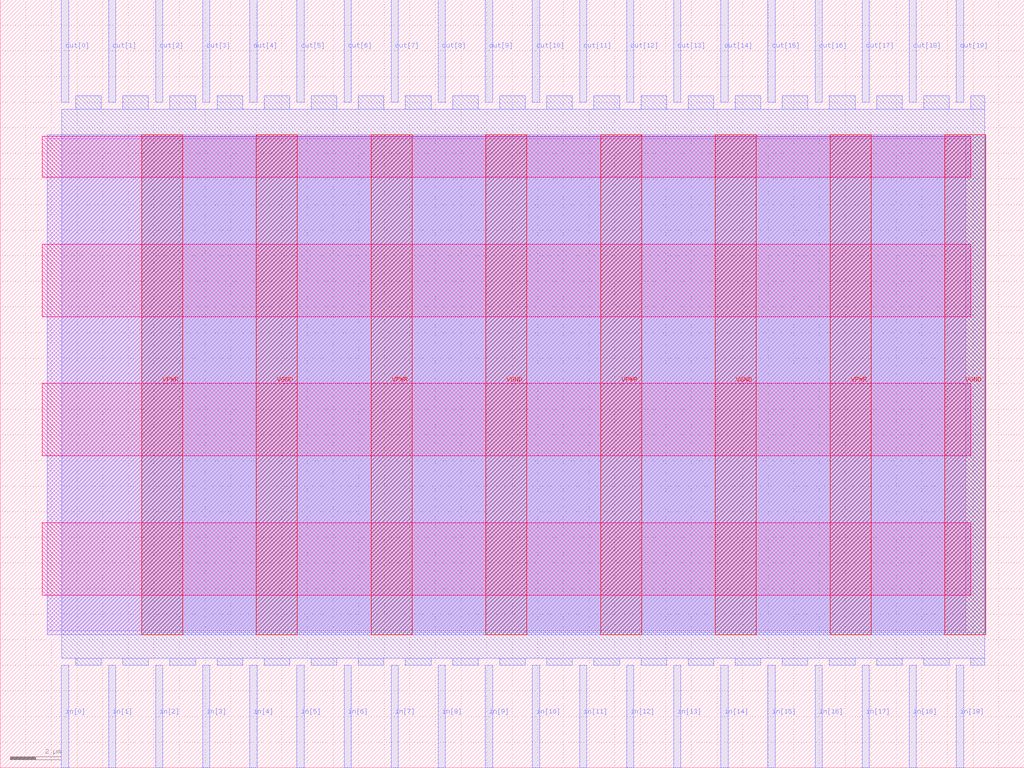
<source format=lef>
VERSION 5.7 ;
  NOWIREEXTENSIONATPIN ON ;
  DIVIDERCHAR "/" ;
  BUSBITCHARS "[]" ;
MACRO buff8x20
  CLASS BLOCK ;
  FOREIGN buff8x20 ;
  ORIGIN 0.000 0.000 ;
  SIZE 40.000 BY 30.000 ;
  PIN VGND
    DIRECTION INOUT ;
    USE GROUND ;
    PORT
      LAYER met4 ;
        RECT 10.000 5.200 11.600 24.720 ;
    END
    PORT
      LAYER met4 ;
        RECT 18.965 5.200 20.565 24.720 ;
    END
    PORT
      LAYER met4 ;
        RECT 27.930 5.200 29.530 24.720 ;
    END
    PORT
      LAYER met4 ;
        RECT 36.895 5.200 38.495 24.720 ;
    END
  END VGND
  PIN VPWR
    DIRECTION INOUT ;
    USE POWER ;
    PORT
      LAYER met4 ;
        RECT 5.520 5.200 7.120 24.720 ;
    END
    PORT
      LAYER met4 ;
        RECT 14.485 5.200 16.085 24.720 ;
    END
    PORT
      LAYER met4 ;
        RECT 23.450 5.200 25.050 24.720 ;
    END
    PORT
      LAYER met4 ;
        RECT 32.415 5.200 34.015 24.720 ;
    END
  END VPWR
  PIN in[0]
    DIRECTION INPUT ;
    USE SIGNAL ;
    PORT
      LAYER met2 ;
        RECT 2.390 0.000 2.670 4.000 ;
    END
  END in[0]
  PIN in[10]
    DIRECTION INPUT ;
    USE SIGNAL ;
    PORT
      LAYER met2 ;
        RECT 20.790 0.000 21.070 4.000 ;
    END
  END in[10]
  PIN in[11]
    DIRECTION INPUT ;
    USE SIGNAL ;
    PORT
      LAYER met2 ;
        RECT 22.630 0.000 22.910 4.000 ;
    END
  END in[11]
  PIN in[12]
    DIRECTION INPUT ;
    USE SIGNAL ;
    PORT
      LAYER met2 ;
        RECT 24.470 0.000 24.750 4.000 ;
    END
  END in[12]
  PIN in[13]
    DIRECTION INPUT ;
    USE SIGNAL ;
    PORT
      LAYER met2 ;
        RECT 26.310 0.000 26.590 4.000 ;
    END
  END in[13]
  PIN in[14]
    DIRECTION INPUT ;
    USE SIGNAL ;
    PORT
      LAYER met2 ;
        RECT 28.150 0.000 28.430 4.000 ;
    END
  END in[14]
  PIN in[15]
    DIRECTION INPUT ;
    USE SIGNAL ;
    PORT
      LAYER met2 ;
        RECT 29.990 0.000 30.270 4.000 ;
    END
  END in[15]
  PIN in[16]
    DIRECTION INPUT ;
    USE SIGNAL ;
    PORT
      LAYER met2 ;
        RECT 31.830 0.000 32.110 4.000 ;
    END
  END in[16]
  PIN in[17]
    DIRECTION INPUT ;
    USE SIGNAL ;
    PORT
      LAYER met2 ;
        RECT 33.670 0.000 33.950 4.000 ;
    END
  END in[17]
  PIN in[18]
    DIRECTION INPUT ;
    USE SIGNAL ;
    PORT
      LAYER met2 ;
        RECT 35.510 0.000 35.790 4.000 ;
    END
  END in[18]
  PIN in[19]
    DIRECTION INPUT ;
    USE SIGNAL ;
    PORT
      LAYER met2 ;
        RECT 37.350 0.000 37.630 4.000 ;
    END
  END in[19]
  PIN in[1]
    DIRECTION INPUT ;
    USE SIGNAL ;
    PORT
      LAYER met2 ;
        RECT 4.230 0.000 4.510 4.000 ;
    END
  END in[1]
  PIN in[2]
    DIRECTION INPUT ;
    USE SIGNAL ;
    PORT
      LAYER met2 ;
        RECT 6.070 0.000 6.350 4.000 ;
    END
  END in[2]
  PIN in[3]
    DIRECTION INPUT ;
    USE SIGNAL ;
    PORT
      LAYER met2 ;
        RECT 7.910 0.000 8.190 4.000 ;
    END
  END in[3]
  PIN in[4]
    DIRECTION INPUT ;
    USE SIGNAL ;
    PORT
      LAYER met2 ;
        RECT 9.750 0.000 10.030 4.000 ;
    END
  END in[4]
  PIN in[5]
    DIRECTION INPUT ;
    USE SIGNAL ;
    PORT
      LAYER met2 ;
        RECT 11.590 0.000 11.870 4.000 ;
    END
  END in[5]
  PIN in[6]
    DIRECTION INPUT ;
    USE SIGNAL ;
    PORT
      LAYER met2 ;
        RECT 13.430 0.000 13.710 4.000 ;
    END
  END in[6]
  PIN in[7]
    DIRECTION INPUT ;
    USE SIGNAL ;
    PORT
      LAYER met2 ;
        RECT 15.270 0.000 15.550 4.000 ;
    END
  END in[7]
  PIN in[8]
    DIRECTION INPUT ;
    USE SIGNAL ;
    PORT
      LAYER met2 ;
        RECT 17.110 0.000 17.390 4.000 ;
    END
  END in[8]
  PIN in[9]
    DIRECTION INPUT ;
    USE SIGNAL ;
    PORT
      LAYER met2 ;
        RECT 18.950 0.000 19.230 4.000 ;
    END
  END in[9]
  PIN out[0]
    DIRECTION OUTPUT TRISTATE ;
    USE SIGNAL ;
    PORT
      LAYER met2 ;
        RECT 2.390 26.000 2.670 30.000 ;
    END
  END out[0]
  PIN out[10]
    DIRECTION OUTPUT TRISTATE ;
    USE SIGNAL ;
    PORT
      LAYER met2 ;
        RECT 20.790 26.000 21.070 30.000 ;
    END
  END out[10]
  PIN out[11]
    DIRECTION OUTPUT TRISTATE ;
    USE SIGNAL ;
    PORT
      LAYER met2 ;
        RECT 22.630 26.000 22.910 30.000 ;
    END
  END out[11]
  PIN out[12]
    DIRECTION OUTPUT TRISTATE ;
    USE SIGNAL ;
    PORT
      LAYER met2 ;
        RECT 24.470 26.000 24.750 30.000 ;
    END
  END out[12]
  PIN out[13]
    DIRECTION OUTPUT TRISTATE ;
    USE SIGNAL ;
    PORT
      LAYER met2 ;
        RECT 26.310 26.000 26.590 30.000 ;
    END
  END out[13]
  PIN out[14]
    DIRECTION OUTPUT TRISTATE ;
    USE SIGNAL ;
    PORT
      LAYER met2 ;
        RECT 28.150 26.000 28.430 30.000 ;
    END
  END out[14]
  PIN out[15]
    DIRECTION OUTPUT TRISTATE ;
    USE SIGNAL ;
    PORT
      LAYER met2 ;
        RECT 29.990 26.000 30.270 30.000 ;
    END
  END out[15]
  PIN out[16]
    DIRECTION OUTPUT TRISTATE ;
    USE SIGNAL ;
    PORT
      LAYER met2 ;
        RECT 31.830 26.000 32.110 30.000 ;
    END
  END out[16]
  PIN out[17]
    DIRECTION OUTPUT TRISTATE ;
    USE SIGNAL ;
    PORT
      LAYER met2 ;
        RECT 33.670 26.000 33.950 30.000 ;
    END
  END out[17]
  PIN out[18]
    DIRECTION OUTPUT TRISTATE ;
    USE SIGNAL ;
    PORT
      LAYER met2 ;
        RECT 35.510 26.000 35.790 30.000 ;
    END
  END out[18]
  PIN out[19]
    DIRECTION OUTPUT TRISTATE ;
    USE SIGNAL ;
    PORT
      LAYER met2 ;
        RECT 37.350 26.000 37.630 30.000 ;
    END
  END out[19]
  PIN out[1]
    DIRECTION OUTPUT TRISTATE ;
    USE SIGNAL ;
    PORT
      LAYER met2 ;
        RECT 4.230 26.000 4.510 30.000 ;
    END
  END out[1]
  PIN out[2]
    DIRECTION OUTPUT TRISTATE ;
    USE SIGNAL ;
    PORT
      LAYER met2 ;
        RECT 6.070 26.000 6.350 30.000 ;
    END
  END out[2]
  PIN out[3]
    DIRECTION OUTPUT TRISTATE ;
    USE SIGNAL ;
    PORT
      LAYER met2 ;
        RECT 7.910 26.000 8.190 30.000 ;
    END
  END out[3]
  PIN out[4]
    DIRECTION OUTPUT TRISTATE ;
    USE SIGNAL ;
    PORT
      LAYER met2 ;
        RECT 9.750 26.000 10.030 30.000 ;
    END
  END out[4]
  PIN out[5]
    DIRECTION OUTPUT TRISTATE ;
    USE SIGNAL ;
    PORT
      LAYER met2 ;
        RECT 11.590 26.000 11.870 30.000 ;
    END
  END out[5]
  PIN out[6]
    DIRECTION OUTPUT TRISTATE ;
    USE SIGNAL ;
    PORT
      LAYER met2 ;
        RECT 13.430 26.000 13.710 30.000 ;
    END
  END out[6]
  PIN out[7]
    DIRECTION OUTPUT TRISTATE ;
    USE SIGNAL ;
    PORT
      LAYER met2 ;
        RECT 15.270 26.000 15.550 30.000 ;
    END
  END out[7]
  PIN out[8]
    DIRECTION OUTPUT TRISTATE ;
    USE SIGNAL ;
    PORT
      LAYER met2 ;
        RECT 17.110 26.000 17.390 30.000 ;
    END
  END out[8]
  PIN out[9]
    DIRECTION OUTPUT TRISTATE ;
    USE SIGNAL ;
    PORT
      LAYER met2 ;
        RECT 18.950 26.000 19.230 30.000 ;
    END
  END out[9]
  OBS
      LAYER nwell ;
        RECT 1.650 23.065 37.910 24.670 ;
        RECT 1.650 17.625 37.910 20.455 ;
        RECT 1.650 12.185 37.910 15.015 ;
        RECT 1.650 6.745 37.910 9.575 ;
      LAYER li1 ;
        RECT 1.840 5.355 37.720 24.565 ;
      LAYER met1 ;
        RECT 1.840 5.200 38.495 24.720 ;
      LAYER met2 ;
        RECT 2.950 25.720 3.950 26.250 ;
        RECT 4.790 25.720 5.790 26.250 ;
        RECT 6.630 25.720 7.630 26.250 ;
        RECT 8.470 25.720 9.470 26.250 ;
        RECT 10.310 25.720 11.310 26.250 ;
        RECT 12.150 25.720 13.150 26.250 ;
        RECT 13.990 25.720 14.990 26.250 ;
        RECT 15.830 25.720 16.830 26.250 ;
        RECT 17.670 25.720 18.670 26.250 ;
        RECT 19.510 25.720 20.510 26.250 ;
        RECT 21.350 25.720 22.350 26.250 ;
        RECT 23.190 25.720 24.190 26.250 ;
        RECT 25.030 25.720 26.030 26.250 ;
        RECT 26.870 25.720 27.870 26.250 ;
        RECT 28.710 25.720 29.710 26.250 ;
        RECT 30.550 25.720 31.550 26.250 ;
        RECT 32.390 25.720 33.390 26.250 ;
        RECT 34.230 25.720 35.230 26.250 ;
        RECT 36.070 25.720 37.070 26.250 ;
        RECT 37.910 25.720 38.465 26.250 ;
        RECT 2.400 4.280 38.465 25.720 ;
        RECT 2.950 4.000 3.950 4.280 ;
        RECT 4.790 4.000 5.790 4.280 ;
        RECT 6.630 4.000 7.630 4.280 ;
        RECT 8.470 4.000 9.470 4.280 ;
        RECT 10.310 4.000 11.310 4.280 ;
        RECT 12.150 4.000 13.150 4.280 ;
        RECT 13.990 4.000 14.990 4.280 ;
        RECT 15.830 4.000 16.830 4.280 ;
        RECT 17.670 4.000 18.670 4.280 ;
        RECT 19.510 4.000 20.510 4.280 ;
        RECT 21.350 4.000 22.350 4.280 ;
        RECT 23.190 4.000 24.190 4.280 ;
        RECT 25.030 4.000 26.030 4.280 ;
        RECT 26.870 4.000 27.870 4.280 ;
        RECT 28.710 4.000 29.710 4.280 ;
        RECT 30.550 4.000 31.550 4.280 ;
        RECT 32.390 4.000 33.390 4.280 ;
        RECT 34.230 4.000 35.230 4.280 ;
        RECT 36.070 4.000 37.070 4.280 ;
        RECT 37.910 4.000 38.465 4.280 ;
      LAYER met3 ;
        RECT 5.530 5.275 38.485 24.645 ;
  END
END buff8x20
END LIBRARY


</source>
